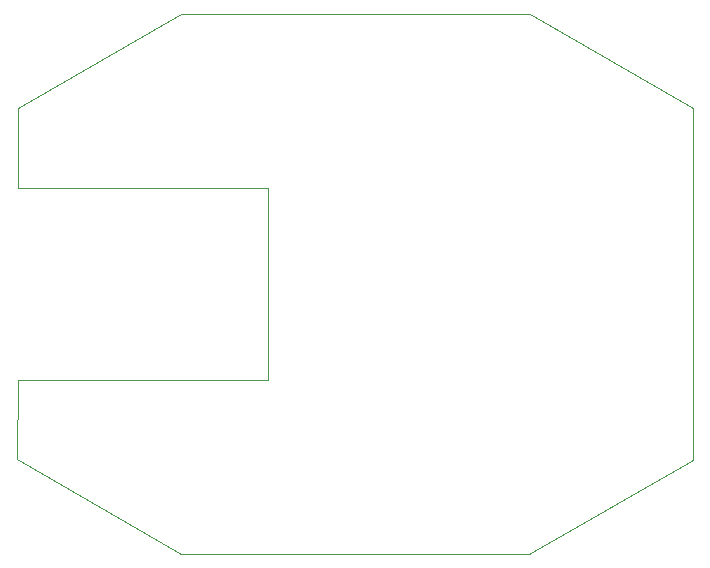
<source format=gbr>
G04 #@! TF.GenerationSoftware,KiCad,Pcbnew,6.0.2+dfsg-1*
G04 #@! TF.CreationDate,2022-06-20T22:27:53-04:00*
G04 #@! TF.ProjectId,RPI4_USB_WigleBottle_v2,52504934-5f55-4534-925f-5769676c6542,rev?*
G04 #@! TF.SameCoordinates,Original*
G04 #@! TF.FileFunction,Profile,NP*
%FSLAX46Y46*%
G04 Gerber Fmt 4.6, Leading zero omitted, Abs format (unit mm)*
G04 Created by KiCad (PCBNEW 6.0.2+dfsg-1) date 2022-06-20 22:27:53*
%MOMM*%
%LPD*%
G01*
G04 APERTURE LIST*
G04 #@! TA.AperFunction,Profile*
%ADD10C,0.050000*%
G04 #@! TD*
G04 APERTURE END LIST*
D10*
X52476400Y-90906600D02*
X52476400Y-84150200D01*
X109651800Y-84099400D02*
X109651800Y-84175600D01*
X52476400Y-84150200D02*
X66319400Y-76149200D01*
X66319400Y-76149200D02*
X95885000Y-76149200D01*
X52451000Y-113868200D02*
X52476400Y-107111800D01*
X109651800Y-84175600D02*
X109626400Y-113893600D01*
X73660000Y-90906600D02*
X52476400Y-90906600D01*
X109626400Y-113893600D02*
X95783400Y-121894600D01*
X95783400Y-121894600D02*
X66344800Y-121869200D01*
X73660000Y-107111800D02*
X73660000Y-90906600D01*
X95885000Y-76149200D02*
X109651800Y-84099400D01*
X66344800Y-121869200D02*
X52451000Y-113868200D01*
X52476400Y-107111800D02*
X73660000Y-107111800D01*
M02*

</source>
